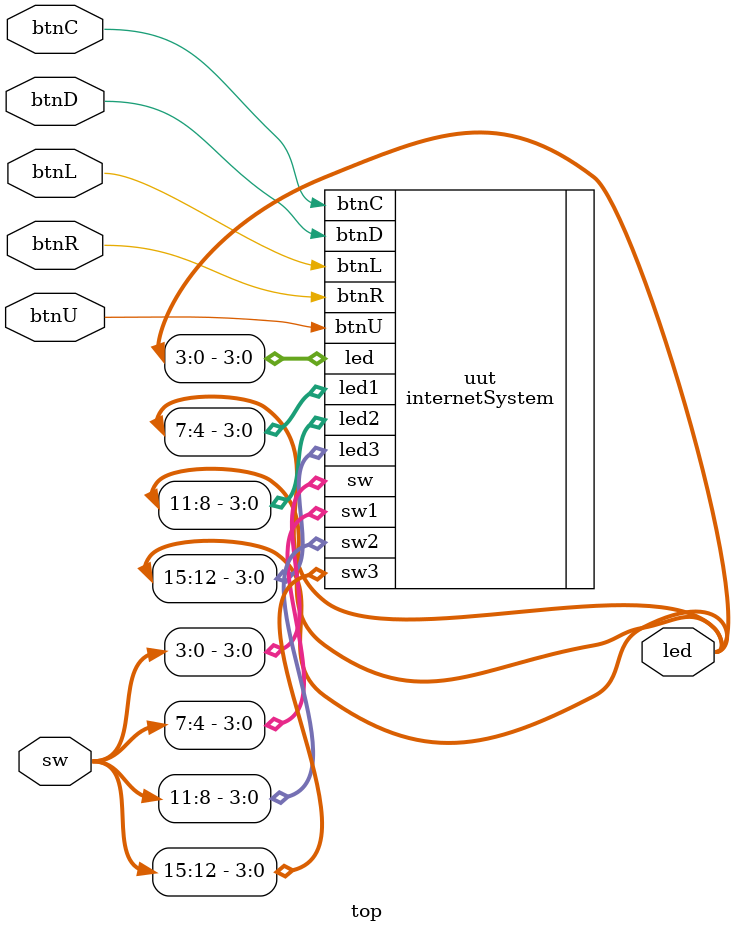
<source format=v>
module top(
    input [15:0] sw,
    input btnL,
    input btnU,
    input btnD,
    input btnR,
    input btnC,
    output [15:0] led
);

    internetSystem uut (
        .sw(sw[3:0]),
        .sw1(sw[7:4]),
        .sw2(sw[11:8]),
        .sw3(sw[15:12]),
        .btnL(btnL),
        .btnU(btnU),
        .btnD(btnD),
        .btnR(btnR),
        .btnC(btnC),
        .led(led[3:0]),
        .led1(led[7:4]),
        .led2(led[11:8]),
        .led3(led[15:12])
    );

endmodule

</source>
